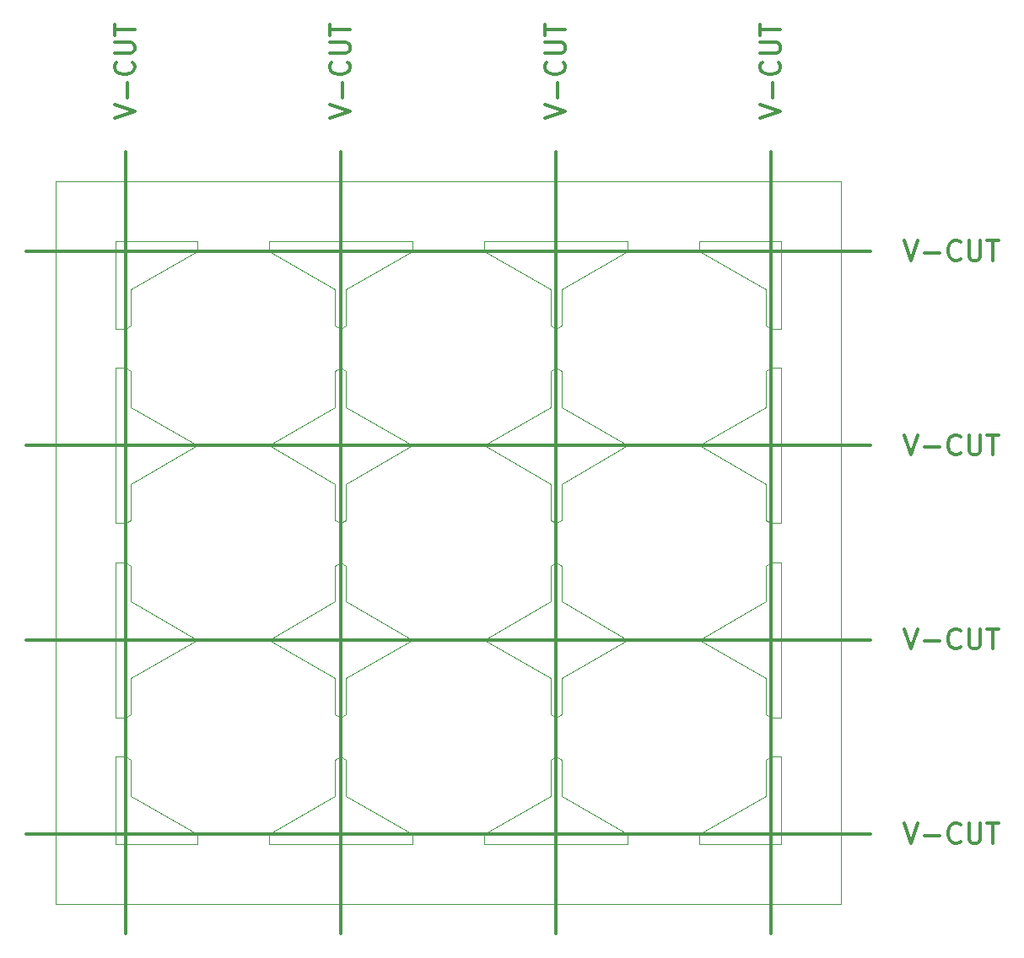
<source format=gbr>
%TF.GenerationSoftware,KiCad,Pcbnew,8.0.4*%
%TF.CreationDate,2024-10-17T13:06:51+11:00*%
%TF.ProjectId,panel,70616e65-6c2e-46b6-9963-61645f706362,rev?*%
%TF.SameCoordinates,Original*%
%TF.FileFunction,Profile,NP*%
%FSLAX46Y46*%
G04 Gerber Fmt 4.6, Leading zero omitted, Abs format (unit mm)*
G04 Created by KiCad (PCBNEW 8.0.4) date 2024-10-17 13:06:51*
%MOMM*%
%LPD*%
G01*
G04 APERTURE LIST*
%TA.AperFunction,Profile*%
%ADD10C,0.100000*%
%TD*%
%TA.AperFunction,Profile*%
%ADD11C,0.300000*%
%TD*%
%ADD12C,0.300000*%
G04 APERTURE END LIST*
D10*
X64612505Y-6000500D02*
X72800000Y-6000500D01*
X43012505Y-6000500D02*
X57387495Y-6000500D01*
X21412505Y-6000500D02*
X35787495Y-6000500D01*
X6000000Y-6000500D02*
X14187495Y-6000500D01*
D11*
X-3000000Y-65500000D02*
X81800000Y-65500000D01*
X-3000000Y-7000000D02*
X81800000Y-7000000D01*
X50200000Y3000000D02*
X50200000Y-75500000D01*
X-3000000Y-26500000D02*
X81800000Y-26500000D01*
X71800000Y3000000D02*
X71800000Y-75500000D01*
X7000000Y3000000D02*
X7000000Y-75500000D01*
X-3000000Y-46000000D02*
X81800000Y-46000000D01*
X28600000Y3000000D02*
X28600000Y-75500000D01*
D10*
X71250000Y-10832160D02*
X64612505Y-7000000D01*
X49650000Y-14469466D02*
X49650000Y-10832160D01*
X28050000Y-58030534D02*
X28600000Y-57712991D01*
X21412505Y-7000000D02*
X21412505Y-6000500D01*
X7000000Y-53787009D02*
X6000000Y-53787009D01*
X28050000Y-42167840D02*
X28050000Y-38530534D01*
X50750000Y-19030534D02*
X50750000Y-22667840D01*
X28600000Y-57712991D02*
X29150000Y-58030534D01*
X49650000Y-33969466D02*
X49650000Y-30332160D01*
X6000000Y-14787009D02*
X6000000Y-6000500D01*
X29150000Y-33969466D02*
X28600000Y-34287009D01*
X71250000Y-30332160D02*
X64612505Y-26500000D01*
X50750000Y-53469466D02*
X50200000Y-53787009D01*
X72800000Y-26500000D02*
X72800000Y-34287009D01*
X28600000Y-66500000D02*
X21412505Y-66500000D01*
X28050000Y-38530534D02*
X28600000Y-38212991D01*
X57387495Y-46000000D02*
X50750000Y-49832160D01*
X71250000Y-22667840D02*
X71250000Y-19030534D01*
X21412505Y-65500000D02*
X28050000Y-61667840D01*
X50750000Y-22667840D02*
X57387495Y-26500000D01*
X28050000Y-33969466D02*
X28050000Y-30332160D01*
X14187495Y-7000000D02*
X7550000Y-10832160D01*
X49650000Y-53469466D02*
X49650000Y-49832160D01*
X7000000Y-34287009D02*
X6000000Y-34287009D01*
X71250000Y-53469466D02*
X71250000Y-49832160D01*
X71250000Y-49832160D02*
X64612505Y-46000000D01*
X57387495Y-7000000D02*
X50750000Y-10832160D01*
X29150000Y-10832160D02*
X29150000Y-14469466D01*
X35787495Y-7000000D02*
X29150000Y-10832160D01*
X7550000Y-53469466D02*
X7000000Y-53787009D01*
X28600000Y-18712991D02*
X29150000Y-19030534D01*
X71800000Y-18712991D02*
X72800000Y-18712991D01*
X6000000Y-46000000D02*
X6000000Y-38212991D01*
X29150000Y-30332160D02*
X29150000Y-33969466D01*
X64612505Y-46000000D02*
X71250000Y-42167840D01*
X28050000Y-61667840D02*
X28050000Y-58030534D01*
X71250000Y-33969466D02*
X71250000Y-30332160D01*
X49650000Y-49832160D02*
X43012505Y-46000000D01*
X6000000Y-53787009D02*
X6000000Y-46000000D01*
X71800000Y-57712991D02*
X72800000Y-57712991D01*
X43012505Y-46000000D02*
X49650000Y-42167840D01*
X49650000Y-30332160D02*
X43012505Y-26500000D01*
X6000000Y-34287009D02*
X6000000Y-26500000D01*
X28050000Y-30332160D02*
X21412505Y-26500000D01*
X50750000Y-30332160D02*
X50750000Y-33969466D01*
X71250000Y-61667840D02*
X71250000Y-58030534D01*
X7550000Y-38530534D02*
X7550000Y-42167840D01*
X35787495Y-65500000D02*
X35787495Y-66500000D01*
X29150000Y-19030534D02*
X29150000Y-22667840D01*
X7550000Y-30332160D02*
X7550000Y-33969466D01*
X28600000Y-14787009D02*
X28050000Y-14469466D01*
X71250000Y-19030534D02*
X71800000Y-18712991D01*
X72800000Y-34287009D02*
X71800000Y-34287009D01*
X35787495Y-46000000D02*
X29150000Y-49832160D01*
X57387495Y-65500000D02*
X57387495Y-66500000D01*
X50200000Y-38212991D02*
X50750000Y-38530534D01*
X7000000Y-18712991D02*
X7550000Y-19030534D01*
X71250000Y-42167840D02*
X71250000Y-38530534D01*
X28600000Y-38212991D02*
X29150000Y-38530534D01*
X71800000Y-14787009D02*
X71250000Y-14469466D01*
X50200000Y-53787009D02*
X49650000Y-53469466D01*
X50200000Y-18712991D02*
X50750000Y-19030534D01*
X35787495Y-66500000D02*
X28600000Y-66500000D01*
X28050000Y-49832160D02*
X21412505Y-46000000D01*
X21412505Y-46000000D02*
X28050000Y-42167840D01*
X72800000Y-6000500D02*
X72800000Y-14787009D01*
X71250000Y-58030534D02*
X71800000Y-57712991D01*
X72800000Y-38212991D02*
X72800000Y-46000000D01*
X72800000Y-66500000D02*
X64612505Y-66500000D01*
X6000000Y-57712991D02*
X7000000Y-57712991D01*
X50200000Y-66500000D02*
X43012505Y-66500000D01*
X72800000Y-14787009D02*
X71800000Y-14787009D01*
X7550000Y-10832160D02*
X7550000Y-14469466D01*
X78800000Y0D02*
X0Y0D01*
X0Y0D02*
X0Y-72500000D01*
X57387495Y-66500000D02*
X50200000Y-66500000D01*
X29150000Y-38530534D02*
X29150000Y-42167840D01*
X71800000Y-38212991D02*
X72800000Y-38212991D01*
X14187495Y-26500000D02*
X7550000Y-30332160D01*
X50750000Y-38530534D02*
X50750000Y-42167840D01*
X49650000Y-10832160D02*
X43012505Y-7000000D01*
X29150000Y-14469466D02*
X28600000Y-14787009D01*
X43012505Y-65500000D02*
X49650000Y-61667840D01*
X35787495Y-26500000D02*
X29150000Y-30332160D01*
X72800000Y-46000000D02*
X72800000Y-53787009D01*
X78800000Y-72500000D02*
X78800000Y0D01*
X50200000Y-14787009D02*
X49650000Y-14469466D01*
X50200000Y-57712991D02*
X50750000Y-58030534D01*
X6000000Y-66500000D02*
X6000000Y-57712991D01*
X50750000Y-61667840D02*
X57387495Y-65500000D01*
X64612505Y-7000000D02*
X64612505Y-6000500D01*
X7550000Y-49832160D02*
X7550000Y-53469466D01*
X21412505Y-26500000D02*
X28050000Y-22667840D01*
X7550000Y-14469466D02*
X7000000Y-14787009D01*
X71250000Y-14469466D02*
X71250000Y-10832160D01*
X29150000Y-58030534D02*
X29150000Y-61667840D01*
X57387495Y-26500000D02*
X50750000Y-30332160D01*
X49650000Y-22667840D02*
X49650000Y-19030534D01*
X28050000Y-22667840D02*
X28050000Y-19030534D01*
X7550000Y-33969466D02*
X7000000Y-34287009D01*
X72800000Y-57712991D02*
X72800000Y-66500000D01*
X71800000Y-34287009D02*
X71250000Y-33969466D01*
X72800000Y-53787009D02*
X71800000Y-53787009D01*
X50750000Y-10832160D02*
X50750000Y-14469466D01*
X57387495Y-6000500D02*
X57387495Y-7000000D01*
X7550000Y-22667840D02*
X14187495Y-26500000D01*
X49650000Y-42167840D02*
X49650000Y-38530534D01*
X43012505Y-66500000D02*
X43012505Y-65500000D01*
X29150000Y-61667840D02*
X35787495Y-65500000D01*
X28600000Y-34287009D02*
X28050000Y-33969466D01*
X28050000Y-14469466D02*
X28050000Y-10832160D01*
X6000000Y-18712991D02*
X7000000Y-18712991D01*
X0Y-72500000D02*
X78800000Y-72500000D01*
X14187495Y-66500000D02*
X6000000Y-66500000D01*
X29150000Y-53469466D02*
X28600000Y-53787009D01*
X43012505Y-7000000D02*
X43012505Y-6000500D01*
X64612505Y-65500000D02*
X71250000Y-61667840D01*
X7550000Y-61667840D02*
X14187495Y-65500000D01*
X14187495Y-46000000D02*
X7550000Y-49832160D01*
X50750000Y-33969466D02*
X50200000Y-34287009D01*
X7550000Y-19030534D02*
X7550000Y-22667840D01*
X14187495Y-65500000D02*
X14187495Y-66500000D01*
X7550000Y-58030534D02*
X7550000Y-61667840D01*
X43012505Y-26500000D02*
X49650000Y-22667840D01*
X7550000Y-42167840D02*
X14187495Y-46000000D01*
X50750000Y-58030534D02*
X50750000Y-61667840D01*
X64612505Y-66500000D02*
X64612505Y-65500000D01*
X50750000Y-42167840D02*
X57387495Y-46000000D01*
X7000000Y-57712991D02*
X7550000Y-58030534D01*
X29150000Y-22667840D02*
X35787495Y-26500000D01*
X6000000Y-26500000D02*
X6000000Y-18712991D01*
X49650000Y-38530534D02*
X50200000Y-38212991D01*
X7000000Y-38212991D02*
X7550000Y-38530534D01*
X50750000Y-14469466D02*
X50200000Y-14787009D01*
X29150000Y-49832160D02*
X29150000Y-53469466D01*
X28050000Y-10832160D02*
X21412505Y-7000000D01*
X14187495Y-6000500D02*
X14187495Y-7000000D01*
X50750000Y-49832160D02*
X50750000Y-53469466D01*
X49650000Y-19030534D02*
X50200000Y-18712991D01*
X28050000Y-53469466D02*
X28050000Y-49832160D01*
X7000000Y-14787009D02*
X6000000Y-14787009D01*
X50200000Y-34287009D02*
X49650000Y-33969466D01*
X71800000Y-53787009D02*
X71250000Y-53469466D01*
X49650000Y-61667840D02*
X49650000Y-58030534D01*
X29150000Y-42167840D02*
X35787495Y-46000000D01*
X71250000Y-38530534D02*
X71800000Y-38212991D01*
X72800000Y-18712991D02*
X72800000Y-26500000D01*
X64612505Y-26500000D02*
X71250000Y-22667840D01*
X21412505Y-66500000D02*
X21412505Y-65500000D01*
X28600000Y-53787009D02*
X28050000Y-53469466D01*
X35787495Y-6000500D02*
X35787495Y-7000000D01*
X28050000Y-19030534D02*
X28600000Y-18712991D01*
X49650000Y-58030534D02*
X50200000Y-57712991D01*
X6000000Y-38212991D02*
X7000000Y-38212991D01*
D12*
X49109638Y6387845D02*
X51109638Y7054511D01*
X51109638Y7054511D02*
X49109638Y7721178D01*
X50347733Y8387845D02*
X50347733Y9911654D01*
X50919161Y12006892D02*
X51014400Y11911654D01*
X51014400Y11911654D02*
X51109638Y11625940D01*
X51109638Y11625940D02*
X51109638Y11435464D01*
X51109638Y11435464D02*
X51014400Y11149749D01*
X51014400Y11149749D02*
X50823923Y10959273D01*
X50823923Y10959273D02*
X50633447Y10864035D01*
X50633447Y10864035D02*
X50252495Y10768797D01*
X50252495Y10768797D02*
X49966780Y10768797D01*
X49966780Y10768797D02*
X49585828Y10864035D01*
X49585828Y10864035D02*
X49395352Y10959273D01*
X49395352Y10959273D02*
X49204876Y11149749D01*
X49204876Y11149749D02*
X49109638Y11435464D01*
X49109638Y11435464D02*
X49109638Y11625940D01*
X49109638Y11625940D02*
X49204876Y11911654D01*
X49204876Y11911654D02*
X49300114Y12006892D01*
X49109638Y12864035D02*
X50728685Y12864035D01*
X50728685Y12864035D02*
X50919161Y12959273D01*
X50919161Y12959273D02*
X51014400Y13054511D01*
X51014400Y13054511D02*
X51109638Y13244987D01*
X51109638Y13244987D02*
X51109638Y13625940D01*
X51109638Y13625940D02*
X51014400Y13816416D01*
X51014400Y13816416D02*
X50919161Y13911654D01*
X50919161Y13911654D02*
X50728685Y14006892D01*
X50728685Y14006892D02*
X49109638Y14006892D01*
X49109638Y14673559D02*
X49109638Y15816416D01*
X51109638Y15244987D02*
X49109638Y15244987D01*
X5909638Y6387845D02*
X7909638Y7054511D01*
X7909638Y7054511D02*
X5909638Y7721178D01*
X7147733Y8387845D02*
X7147733Y9911654D01*
X7719161Y12006892D02*
X7814400Y11911654D01*
X7814400Y11911654D02*
X7909638Y11625940D01*
X7909638Y11625940D02*
X7909638Y11435464D01*
X7909638Y11435464D02*
X7814400Y11149749D01*
X7814400Y11149749D02*
X7623923Y10959273D01*
X7623923Y10959273D02*
X7433447Y10864035D01*
X7433447Y10864035D02*
X7052495Y10768797D01*
X7052495Y10768797D02*
X6766780Y10768797D01*
X6766780Y10768797D02*
X6385828Y10864035D01*
X6385828Y10864035D02*
X6195352Y10959273D01*
X6195352Y10959273D02*
X6004876Y11149749D01*
X6004876Y11149749D02*
X5909638Y11435464D01*
X5909638Y11435464D02*
X5909638Y11625940D01*
X5909638Y11625940D02*
X6004876Y11911654D01*
X6004876Y11911654D02*
X6100114Y12006892D01*
X5909638Y12864035D02*
X7528685Y12864035D01*
X7528685Y12864035D02*
X7719161Y12959273D01*
X7719161Y12959273D02*
X7814400Y13054511D01*
X7814400Y13054511D02*
X7909638Y13244987D01*
X7909638Y13244987D02*
X7909638Y13625940D01*
X7909638Y13625940D02*
X7814400Y13816416D01*
X7814400Y13816416D02*
X7719161Y13911654D01*
X7719161Y13911654D02*
X7528685Y14006892D01*
X7528685Y14006892D02*
X5909638Y14006892D01*
X5909638Y14673559D02*
X5909638Y15816416D01*
X7909638Y15244987D02*
X5909638Y15244987D01*
X27509638Y6387845D02*
X29509638Y7054511D01*
X29509638Y7054511D02*
X27509638Y7721178D01*
X28747733Y8387845D02*
X28747733Y9911654D01*
X29319161Y12006892D02*
X29414400Y11911654D01*
X29414400Y11911654D02*
X29509638Y11625940D01*
X29509638Y11625940D02*
X29509638Y11435464D01*
X29509638Y11435464D02*
X29414400Y11149749D01*
X29414400Y11149749D02*
X29223923Y10959273D01*
X29223923Y10959273D02*
X29033447Y10864035D01*
X29033447Y10864035D02*
X28652495Y10768797D01*
X28652495Y10768797D02*
X28366780Y10768797D01*
X28366780Y10768797D02*
X27985828Y10864035D01*
X27985828Y10864035D02*
X27795352Y10959273D01*
X27795352Y10959273D02*
X27604876Y11149749D01*
X27604876Y11149749D02*
X27509638Y11435464D01*
X27509638Y11435464D02*
X27509638Y11625940D01*
X27509638Y11625940D02*
X27604876Y11911654D01*
X27604876Y11911654D02*
X27700114Y12006892D01*
X27509638Y12864035D02*
X29128685Y12864035D01*
X29128685Y12864035D02*
X29319161Y12959273D01*
X29319161Y12959273D02*
X29414400Y13054511D01*
X29414400Y13054511D02*
X29509638Y13244987D01*
X29509638Y13244987D02*
X29509638Y13625940D01*
X29509638Y13625940D02*
X29414400Y13816416D01*
X29414400Y13816416D02*
X29319161Y13911654D01*
X29319161Y13911654D02*
X29128685Y14006892D01*
X29128685Y14006892D02*
X27509638Y14006892D01*
X27509638Y14673559D02*
X27509638Y15816416D01*
X29509638Y15244987D02*
X27509638Y15244987D01*
X85187844Y-44909638D02*
X85854510Y-46909638D01*
X85854510Y-46909638D02*
X86521177Y-44909638D01*
X87187844Y-46147733D02*
X88711654Y-46147733D01*
X90806891Y-46719161D02*
X90711653Y-46814400D01*
X90711653Y-46814400D02*
X90425939Y-46909638D01*
X90425939Y-46909638D02*
X90235463Y-46909638D01*
X90235463Y-46909638D02*
X89949748Y-46814400D01*
X89949748Y-46814400D02*
X89759272Y-46623923D01*
X89759272Y-46623923D02*
X89664034Y-46433447D01*
X89664034Y-46433447D02*
X89568796Y-46052495D01*
X89568796Y-46052495D02*
X89568796Y-45766780D01*
X89568796Y-45766780D02*
X89664034Y-45385828D01*
X89664034Y-45385828D02*
X89759272Y-45195352D01*
X89759272Y-45195352D02*
X89949748Y-45004876D01*
X89949748Y-45004876D02*
X90235463Y-44909638D01*
X90235463Y-44909638D02*
X90425939Y-44909638D01*
X90425939Y-44909638D02*
X90711653Y-45004876D01*
X90711653Y-45004876D02*
X90806891Y-45100114D01*
X91664034Y-44909638D02*
X91664034Y-46528685D01*
X91664034Y-46528685D02*
X91759272Y-46719161D01*
X91759272Y-46719161D02*
X91854510Y-46814400D01*
X91854510Y-46814400D02*
X92044986Y-46909638D01*
X92044986Y-46909638D02*
X92425939Y-46909638D01*
X92425939Y-46909638D02*
X92616415Y-46814400D01*
X92616415Y-46814400D02*
X92711653Y-46719161D01*
X92711653Y-46719161D02*
X92806891Y-46528685D01*
X92806891Y-46528685D02*
X92806891Y-44909638D01*
X93473558Y-44909638D02*
X94616415Y-44909638D01*
X94044986Y-46909638D02*
X94044986Y-44909638D01*
X85187844Y-5909638D02*
X85854510Y-7909638D01*
X85854510Y-7909638D02*
X86521177Y-5909638D01*
X87187844Y-7147733D02*
X88711654Y-7147733D01*
X90806891Y-7719161D02*
X90711653Y-7814400D01*
X90711653Y-7814400D02*
X90425939Y-7909638D01*
X90425939Y-7909638D02*
X90235463Y-7909638D01*
X90235463Y-7909638D02*
X89949748Y-7814400D01*
X89949748Y-7814400D02*
X89759272Y-7623923D01*
X89759272Y-7623923D02*
X89664034Y-7433447D01*
X89664034Y-7433447D02*
X89568796Y-7052495D01*
X89568796Y-7052495D02*
X89568796Y-6766780D01*
X89568796Y-6766780D02*
X89664034Y-6385828D01*
X89664034Y-6385828D02*
X89759272Y-6195352D01*
X89759272Y-6195352D02*
X89949748Y-6004876D01*
X89949748Y-6004876D02*
X90235463Y-5909638D01*
X90235463Y-5909638D02*
X90425939Y-5909638D01*
X90425939Y-5909638D02*
X90711653Y-6004876D01*
X90711653Y-6004876D02*
X90806891Y-6100114D01*
X91664034Y-5909638D02*
X91664034Y-7528685D01*
X91664034Y-7528685D02*
X91759272Y-7719161D01*
X91759272Y-7719161D02*
X91854510Y-7814400D01*
X91854510Y-7814400D02*
X92044986Y-7909638D01*
X92044986Y-7909638D02*
X92425939Y-7909638D01*
X92425939Y-7909638D02*
X92616415Y-7814400D01*
X92616415Y-7814400D02*
X92711653Y-7719161D01*
X92711653Y-7719161D02*
X92806891Y-7528685D01*
X92806891Y-7528685D02*
X92806891Y-5909638D01*
X93473558Y-5909638D02*
X94616415Y-5909638D01*
X94044986Y-7909638D02*
X94044986Y-5909638D01*
X85187844Y-64409638D02*
X85854510Y-66409638D01*
X85854510Y-66409638D02*
X86521177Y-64409638D01*
X87187844Y-65647733D02*
X88711654Y-65647733D01*
X90806891Y-66219161D02*
X90711653Y-66314400D01*
X90711653Y-66314400D02*
X90425939Y-66409638D01*
X90425939Y-66409638D02*
X90235463Y-66409638D01*
X90235463Y-66409638D02*
X89949748Y-66314400D01*
X89949748Y-66314400D02*
X89759272Y-66123923D01*
X89759272Y-66123923D02*
X89664034Y-65933447D01*
X89664034Y-65933447D02*
X89568796Y-65552495D01*
X89568796Y-65552495D02*
X89568796Y-65266780D01*
X89568796Y-65266780D02*
X89664034Y-64885828D01*
X89664034Y-64885828D02*
X89759272Y-64695352D01*
X89759272Y-64695352D02*
X89949748Y-64504876D01*
X89949748Y-64504876D02*
X90235463Y-64409638D01*
X90235463Y-64409638D02*
X90425939Y-64409638D01*
X90425939Y-64409638D02*
X90711653Y-64504876D01*
X90711653Y-64504876D02*
X90806891Y-64600114D01*
X91664034Y-64409638D02*
X91664034Y-66028685D01*
X91664034Y-66028685D02*
X91759272Y-66219161D01*
X91759272Y-66219161D02*
X91854510Y-66314400D01*
X91854510Y-66314400D02*
X92044986Y-66409638D01*
X92044986Y-66409638D02*
X92425939Y-66409638D01*
X92425939Y-66409638D02*
X92616415Y-66314400D01*
X92616415Y-66314400D02*
X92711653Y-66219161D01*
X92711653Y-66219161D02*
X92806891Y-66028685D01*
X92806891Y-66028685D02*
X92806891Y-64409638D01*
X93473558Y-64409638D02*
X94616415Y-64409638D01*
X94044986Y-66409638D02*
X94044986Y-64409638D01*
X85187844Y-25409638D02*
X85854510Y-27409638D01*
X85854510Y-27409638D02*
X86521177Y-25409638D01*
X87187844Y-26647733D02*
X88711654Y-26647733D01*
X90806891Y-27219161D02*
X90711653Y-27314400D01*
X90711653Y-27314400D02*
X90425939Y-27409638D01*
X90425939Y-27409638D02*
X90235463Y-27409638D01*
X90235463Y-27409638D02*
X89949748Y-27314400D01*
X89949748Y-27314400D02*
X89759272Y-27123923D01*
X89759272Y-27123923D02*
X89664034Y-26933447D01*
X89664034Y-26933447D02*
X89568796Y-26552495D01*
X89568796Y-26552495D02*
X89568796Y-26266780D01*
X89568796Y-26266780D02*
X89664034Y-25885828D01*
X89664034Y-25885828D02*
X89759272Y-25695352D01*
X89759272Y-25695352D02*
X89949748Y-25504876D01*
X89949748Y-25504876D02*
X90235463Y-25409638D01*
X90235463Y-25409638D02*
X90425939Y-25409638D01*
X90425939Y-25409638D02*
X90711653Y-25504876D01*
X90711653Y-25504876D02*
X90806891Y-25600114D01*
X91664034Y-25409638D02*
X91664034Y-27028685D01*
X91664034Y-27028685D02*
X91759272Y-27219161D01*
X91759272Y-27219161D02*
X91854510Y-27314400D01*
X91854510Y-27314400D02*
X92044986Y-27409638D01*
X92044986Y-27409638D02*
X92425939Y-27409638D01*
X92425939Y-27409638D02*
X92616415Y-27314400D01*
X92616415Y-27314400D02*
X92711653Y-27219161D01*
X92711653Y-27219161D02*
X92806891Y-27028685D01*
X92806891Y-27028685D02*
X92806891Y-25409638D01*
X93473558Y-25409638D02*
X94616415Y-25409638D01*
X94044986Y-27409638D02*
X94044986Y-25409638D01*
X70709638Y6387845D02*
X72709638Y7054511D01*
X72709638Y7054511D02*
X70709638Y7721178D01*
X71947733Y8387845D02*
X71947733Y9911654D01*
X72519161Y12006892D02*
X72614400Y11911654D01*
X72614400Y11911654D02*
X72709638Y11625940D01*
X72709638Y11625940D02*
X72709638Y11435464D01*
X72709638Y11435464D02*
X72614400Y11149749D01*
X72614400Y11149749D02*
X72423923Y10959273D01*
X72423923Y10959273D02*
X72233447Y10864035D01*
X72233447Y10864035D02*
X71852495Y10768797D01*
X71852495Y10768797D02*
X71566780Y10768797D01*
X71566780Y10768797D02*
X71185828Y10864035D01*
X71185828Y10864035D02*
X70995352Y10959273D01*
X70995352Y10959273D02*
X70804876Y11149749D01*
X70804876Y11149749D02*
X70709638Y11435464D01*
X70709638Y11435464D02*
X70709638Y11625940D01*
X70709638Y11625940D02*
X70804876Y11911654D01*
X70804876Y11911654D02*
X70900114Y12006892D01*
X70709638Y12864035D02*
X72328685Y12864035D01*
X72328685Y12864035D02*
X72519161Y12959273D01*
X72519161Y12959273D02*
X72614400Y13054511D01*
X72614400Y13054511D02*
X72709638Y13244987D01*
X72709638Y13244987D02*
X72709638Y13625940D01*
X72709638Y13625940D02*
X72614400Y13816416D01*
X72614400Y13816416D02*
X72519161Y13911654D01*
X72519161Y13911654D02*
X72328685Y14006892D01*
X72328685Y14006892D02*
X70709638Y14006892D01*
X70709638Y14673559D02*
X70709638Y15816416D01*
X72709638Y15244987D02*
X70709638Y15244987D01*
M02*

</source>
